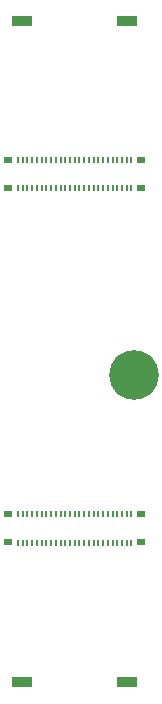
<source format=gbr>
%TF.GenerationSoftware,KiCad,Pcbnew,(6.0.6)*%
%TF.CreationDate,2022-09-06T16:34:49-05:00*%
%TF.ProjectId,etl_module_pcb_mockup_v3p3,65746c5f-6d6f-4647-956c-655f7063625f,rev?*%
%TF.SameCoordinates,Original*%
%TF.FileFunction,Copper,L2,Bot*%
%TF.FilePolarity,Positive*%
%FSLAX46Y46*%
G04 Gerber Fmt 4.6, Leading zero omitted, Abs format (unit mm)*
G04 Created by KiCad (PCBNEW (6.0.6)) date 2022-09-06 16:34:49*
%MOMM*%
%LPD*%
G01*
G04 APERTURE LIST*
%TA.AperFunction,SMDPad,CuDef*%
%ADD10R,0.220000X0.500000*%
%TD*%
%TA.AperFunction,SMDPad,CuDef*%
%ADD11R,0.750000X0.550000*%
%TD*%
%TA.AperFunction,SMDPad,CuDef*%
%ADD12R,1.740000X0.840000*%
%TD*%
%TA.AperFunction,WasherPad*%
%ADD13C,4.200000*%
%TD*%
G04 APERTURE END LIST*
D10*
%TO.P,J1,1*%
%TO.N,/26_P*%
X17250000Y-12550000D03*
%TO.P,J1,2*%
%TO.N,/26_N*%
X17250000Y-14950000D03*
%TO.P,J1,3*%
%TO.N,/27_P*%
X17650000Y-12550000D03*
%TO.P,J1,4*%
%TO.N,/27_N*%
X17650000Y-14950000D03*
%TO.P,J1,5*%
%TO.N,/28_P*%
X18050000Y-12550000D03*
%TO.P,J1,6*%
%TO.N,/28_N*%
X18050000Y-14950000D03*
%TO.P,J1,7*%
%TO.N,/29_P*%
X18450000Y-12550000D03*
%TO.P,J1,8*%
%TO.N,/29_N*%
X18450000Y-14950000D03*
%TO.P,J1,9*%
%TO.N,/30_P*%
X18850000Y-12550000D03*
%TO.P,J1,10*%
%TO.N,/30_N*%
X18850000Y-14950000D03*
%TO.P,J1,11*%
%TO.N,/31_P*%
X19250000Y-12550000D03*
%TO.P,J1,12*%
%TO.N,/31_N*%
X19250000Y-14950000D03*
%TO.P,J1,13*%
%TO.N,/32_P*%
X19650000Y-12550000D03*
%TO.P,J1,14*%
%TO.N,/32_N*%
X19650000Y-14950000D03*
%TO.P,J1,15*%
%TO.N,/33_P*%
X20050000Y-12550000D03*
%TO.P,J1,16*%
%TO.N,/33_N*%
X20050000Y-14950000D03*
%TO.P,J1,17*%
%TO.N,/34_P*%
X20450000Y-12550000D03*
%TO.P,J1,18*%
%TO.N,/34_N*%
X20450000Y-14950000D03*
%TO.P,J1,19*%
%TO.N,/35_P*%
X20850000Y-12550000D03*
%TO.P,J1,20*%
%TO.N,/35_N*%
X20850000Y-14950000D03*
%TO.P,J1,21*%
%TO.N,/36_P*%
X21250000Y-12550000D03*
%TO.P,J1,22*%
%TO.N,/36_N*%
X21250000Y-14950000D03*
%TO.P,J1,23*%
%TO.N,/37_P*%
X21650000Y-12550000D03*
%TO.P,J1,24*%
%TO.N,/37_N*%
X21650000Y-14950000D03*
%TO.P,J1,25*%
%TO.N,/38_P*%
X22050000Y-12550000D03*
%TO.P,J1,26*%
%TO.N,/38_N*%
X22050000Y-14950000D03*
%TO.P,J1,27*%
%TO.N,/39_P*%
X22450000Y-12550000D03*
%TO.P,J1,28*%
%TO.N,/39_N*%
X22450000Y-14950000D03*
%TO.P,J1,29*%
%TO.N,/40_P*%
X22850000Y-12550000D03*
%TO.P,J1,30*%
%TO.N,/40_N*%
X22850000Y-14950000D03*
%TO.P,J1,31*%
%TO.N,/41_P*%
X23250000Y-12550000D03*
%TO.P,J1,32*%
%TO.N,/41_N*%
X23250000Y-14950000D03*
%TO.P,J1,33*%
%TO.N,/42_P*%
X23650000Y-12550000D03*
%TO.P,J1,34*%
%TO.N,/42_N*%
X23650000Y-14950000D03*
%TO.P,J1,35*%
%TO.N,/43_P*%
X24050000Y-12550000D03*
%TO.P,J1,36*%
%TO.N,/43_N*%
X24050000Y-14950000D03*
%TO.P,J1,37*%
%TO.N,/44_P*%
X24450000Y-12550000D03*
%TO.P,J1,38*%
%TO.N,/44_N*%
X24450000Y-14950000D03*
%TO.P,J1,39*%
%TO.N,/45_P*%
X24850000Y-12550000D03*
%TO.P,J1,40*%
%TO.N,/45_N*%
X24850000Y-14950000D03*
%TO.P,J1,41*%
%TO.N,/46_P*%
X25250000Y-12550000D03*
%TO.P,J1,42*%
%TO.N,/46_N*%
X25250000Y-14950000D03*
%TO.P,J1,43*%
%TO.N,/47_P*%
X25650000Y-12550000D03*
%TO.P,J1,44*%
%TO.N,/47_N*%
X25650000Y-14950000D03*
%TO.P,J1,45*%
%TO.N,/48_P*%
X26050000Y-12550000D03*
%TO.P,J1,46*%
%TO.N,/48_N*%
X26050000Y-14950000D03*
%TO.P,J1,47*%
%TO.N,/49_P*%
X26450000Y-12550000D03*
%TO.P,J1,48*%
%TO.N,/49_N*%
X26450000Y-14950000D03*
%TO.P,J1,49*%
%TO.N,/S2*%
X26850000Y-12550000D03*
%TO.P,J1,50*%
X26850000Y-14950000D03*
D11*
%TO.P,J1,MP1*%
%TO.N,Net-(J1-PadMP1)*%
X16425000Y-12575000D03*
%TO.P,J1,MP2*%
%TO.N,Net-(J1-PadMP2)*%
X16425000Y-14925000D03*
%TO.P,J1,MP3*%
%TO.N,Net-(J1-PadMP3)*%
X27675000Y-12575000D03*
%TO.P,J1,MP4*%
%TO.N,Net-(J1-PadMP4)*%
X27675000Y-14925000D03*
%TD*%
D10*
%TO.P,J2,1*%
%TO.N,/01_N*%
X17250000Y-42550000D03*
%TO.P,J2,2*%
%TO.N,/01_P*%
X17250000Y-44950000D03*
%TO.P,J2,3*%
%TO.N,/02_N*%
X17650000Y-42550000D03*
%TO.P,J2,4*%
%TO.N,/02_P*%
X17650000Y-44950000D03*
%TO.P,J2,5*%
%TO.N,/03_N*%
X18050000Y-42550000D03*
%TO.P,J2,6*%
%TO.N,/03_P*%
X18050000Y-44950000D03*
%TO.P,J2,7*%
%TO.N,/04_N*%
X18450000Y-42550000D03*
%TO.P,J2,8*%
%TO.N,/04_P*%
X18450000Y-44950000D03*
%TO.P,J2,9*%
%TO.N,/05_N*%
X18850000Y-42550000D03*
%TO.P,J2,10*%
%TO.N,/05_P*%
X18850000Y-44950000D03*
%TO.P,J2,11*%
%TO.N,/06_N*%
X19250000Y-42550000D03*
%TO.P,J2,12*%
%TO.N,/06_P*%
X19250000Y-44950000D03*
%TO.P,J2,13*%
%TO.N,/07_N*%
X19650000Y-42550000D03*
%TO.P,J2,14*%
%TO.N,/07_P*%
X19650000Y-44950000D03*
%TO.P,J2,15*%
%TO.N,/08_N*%
X20050000Y-42550000D03*
%TO.P,J2,16*%
%TO.N,/08_P*%
X20050000Y-44950000D03*
%TO.P,J2,17*%
%TO.N,/09_N*%
X20450000Y-42550000D03*
%TO.P,J2,18*%
%TO.N,/09_P*%
X20450000Y-44950000D03*
%TO.P,J2,19*%
%TO.N,/10_N*%
X20850000Y-42550000D03*
%TO.P,J2,20*%
%TO.N,/10_P*%
X20850000Y-44950000D03*
%TO.P,J2,21*%
%TO.N,/11_N*%
X21250000Y-42550000D03*
%TO.P,J2,22*%
%TO.N,/11_P*%
X21250000Y-44950000D03*
%TO.P,J2,23*%
%TO.N,/12_N*%
X21650000Y-42550000D03*
%TO.P,J2,24*%
%TO.N,/12_P*%
X21650000Y-44950000D03*
%TO.P,J2,25*%
%TO.N,/13_N*%
X22050000Y-42550000D03*
%TO.P,J2,26*%
%TO.N,/13_P*%
X22050000Y-44950000D03*
%TO.P,J2,27*%
%TO.N,/14_N*%
X22450000Y-42550000D03*
%TO.P,J2,28*%
%TO.N,/14_P*%
X22450000Y-44950000D03*
%TO.P,J2,29*%
%TO.N,/15_N*%
X22850000Y-42550000D03*
%TO.P,J2,30*%
%TO.N,/15_P*%
X22850000Y-44950000D03*
%TO.P,J2,31*%
%TO.N,/16_N*%
X23250000Y-42550000D03*
%TO.P,J2,32*%
%TO.N,/16_P*%
X23250000Y-44950000D03*
%TO.P,J2,33*%
%TO.N,/17_N*%
X23650000Y-42550000D03*
%TO.P,J2,34*%
%TO.N,/17_P*%
X23650000Y-44950000D03*
%TO.P,J2,35*%
%TO.N,/18_N*%
X24050000Y-42550000D03*
%TO.P,J2,36*%
%TO.N,/18_P*%
X24050000Y-44950000D03*
%TO.P,J2,37*%
%TO.N,/19_N*%
X24450000Y-42550000D03*
%TO.P,J2,38*%
%TO.N,/19_P*%
X24450000Y-44950000D03*
%TO.P,J2,39*%
%TO.N,/20_N*%
X24850000Y-42550000D03*
%TO.P,J2,40*%
%TO.N,/20_P*%
X24850000Y-44950000D03*
%TO.P,J2,41*%
%TO.N,/21_N*%
X25250000Y-42550000D03*
%TO.P,J2,42*%
%TO.N,/21_P*%
X25250000Y-44950000D03*
%TO.P,J2,43*%
%TO.N,/22_N*%
X25650000Y-42550000D03*
%TO.P,J2,44*%
%TO.N,/22_P*%
X25650000Y-44950000D03*
%TO.P,J2,45*%
%TO.N,/23_N*%
X26050000Y-42550000D03*
%TO.P,J2,46*%
%TO.N,/23_P*%
X26050000Y-44950000D03*
%TO.P,J2,47*%
%TO.N,/24_N*%
X26450000Y-42550000D03*
%TO.P,J2,48*%
%TO.N,/24_P*%
X26450000Y-44950000D03*
%TO.P,J2,49*%
%TO.N,/S1*%
X26850000Y-42550000D03*
%TO.P,J2,50*%
X26850000Y-44950000D03*
D11*
%TO.P,J2,MP1*%
%TO.N,Net-(J2-PadMP1)*%
X16425000Y-42575000D03*
%TO.P,J2,MP2*%
%TO.N,Net-(J2-PadMP2)*%
X16425000Y-44925000D03*
%TO.P,J2,MP3*%
%TO.N,Net-(J2-PadMP3)*%
X27675000Y-42575000D03*
%TO.P,J2,MP4*%
%TO.N,Net-(J2-PadMP4)*%
X27675000Y-44925000D03*
%TD*%
D12*
%TO.P,REF\u002A\u002A,1*%
%TO.N,N/C*%
X17600000Y-56780000D03*
%TD*%
%TO.P,REF\u002A\u002A,1*%
%TO.N,N/C*%
X26500000Y-56780000D03*
%TD*%
%TO.P,REF\u002A\u002A,1*%
%TO.N,N/C*%
X26500000Y-800000D03*
%TD*%
%TO.P,REF\u002A\u002A,1*%
%TO.N,N/C*%
X17600000Y-800000D03*
%TD*%
D13*
%TO.P,REF\u002A\u002A,*%
%TO.N,*%
X27050000Y-30750000D03*
%TD*%
M02*

</source>
